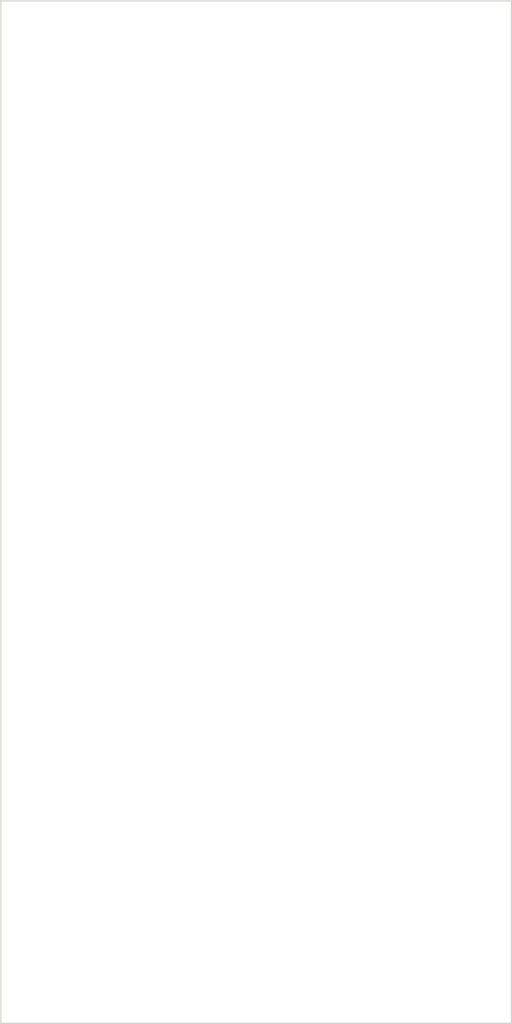
<source format=kicad_pcb>
(kicad_pcb
	(version 20241229)
	(generator "pcbnew")
	(generator_version "9.0")
	(general
		(thickness 1.6)
		(legacy_teardrops no)
	)
	(paper "A4")
	(layers
		(0 "F.Cu" signal)
		(2 "B.Cu" signal)
		(9 "F.Adhes" user "F.Adhesive")
		(11 "B.Adhes" user "B.Adhesive")
		(13 "F.Paste" user)
		(15 "B.Paste" user)
		(5 "F.SilkS" user "F.Silkscreen")
		(7 "B.SilkS" user "B.Silkscreen")
		(1 "F.Mask" user)
		(3 "B.Mask" user)
		(17 "Dwgs.User" user "User.Drawings")
		(19 "Cmts.User" user "User.Comments")
		(21 "Eco1.User" user "User.Eco1")
		(23 "Eco2.User" user "User.Eco2")
		(25 "Edge.Cuts" user)
		(27 "Margin" user)
		(31 "F.CrtYd" user "F.Courtyard")
		(29 "B.CrtYd" user "B.Courtyard")
		(35 "F.Fab" user)
		(33 "B.Fab" user)
		(39 "User.1" user)
		(41 "User.2" user)
		(43 "User.3" user)
		(45 "User.4" user)
	)
	(setup
		(pad_to_mask_clearance 0)
		(allow_soldermask_bridges_in_footprints no)
		(tenting front back)
		(pcbplotparams
			(layerselection 0x00000000_00000000_55555555_5755f5ff)
			(plot_on_all_layers_selection 0x00000000_00000000_00000000_00000000)
			(disableapertmacros no)
			(usegerberextensions no)
			(usegerberattributes yes)
			(usegerberadvancedattributes yes)
			(creategerberjobfile yes)
			(dashed_line_dash_ratio 12.000000)
			(dashed_line_gap_ratio 3.000000)
			(svgprecision 4)
			(plotframeref no)
			(mode 1)
			(useauxorigin no)
			(hpglpennumber 1)
			(hpglpenspeed 20)
			(hpglpendiameter 15.000000)
			(pdf_front_fp_property_popups yes)
			(pdf_back_fp_property_popups yes)
			(pdf_metadata yes)
			(pdf_single_document no)
			(dxfpolygonmode yes)
			(dxfimperialunits yes)
			(dxfusepcbnewfont yes)
			(psnegative no)
			(psa4output no)
			(plot_black_and_white yes)
			(sketchpadsonfab no)
			(plotpadnumbers no)
			(hidednponfab no)
			(sketchdnponfab yes)
			(crossoutdnponfab yes)
			(subtractmaskfromsilk no)
			(outputformat 1)
			(mirror no)
			(drillshape 1)
			(scaleselection 1)
			(outputdirectory "")
		)
	)
	(net 0 "")
	(gr_rect
		(start 130 70)
		(end 165 140)
		(stroke
			(width 0.1)
			(type default)
		)
		(fill no)
		(layer "Edge.Cuts")
		(uuid "8c01dbf9-cdf0-47d0-9fc8-d92fd615f6b0")
	)
	(embedded_fonts no)
)

</source>
